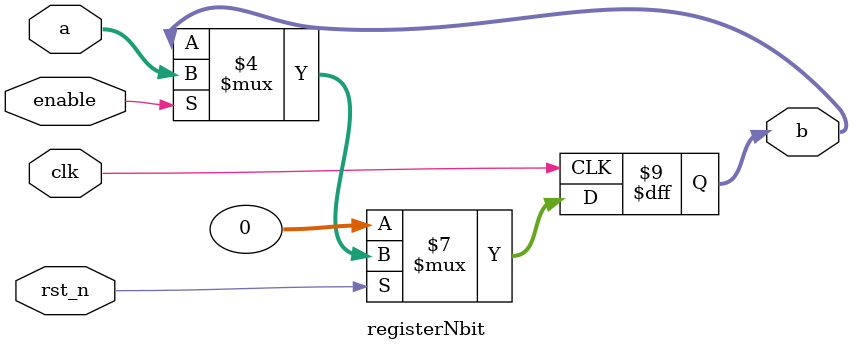
<source format=v>


// The result of translation follows.  Its copyright status should be
// considered unchanged from the original VHDL.

// no timescale needed

module registerNbit(
input wire clk,
input wire rst_n,
input wire enable,
input wire [N - 1:0] a,
output reg [N - 1:0] b
);

parameter [31:0] N = 32;




  always @(posedge clk) begin
    if((rst_n == 1'b0)) begin
      b <= {(((N - 1))-((0))+1){1'b0}};
    end
    else if((enable == 1'b1)) begin
      b <= a;
    end
  end


endmodule

</source>
